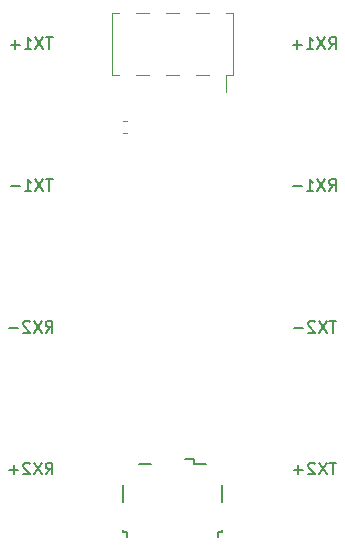
<source format=gbo>
G04 #@! TF.GenerationSoftware,KiCad,Pcbnew,6.0.0-unknown-70ca025~86~ubuntu16.04.1*
G04 #@! TF.CreationDate,2019-07-17T04:15:05+00:00*
G04 #@! TF.ProjectId,usb-type-c-breakout,7573622d-7479-4706-952d-632d62726561,rev?*
G04 #@! TF.SameCoordinates,Original*
G04 #@! TF.FileFunction,Legend,Bot*
G04 #@! TF.FilePolarity,Positive*
%FSLAX46Y46*%
G04 Gerber Fmt 4.6, Leading zero omitted, Abs format (unit mm)*
G04 Created by KiCad (PCBNEW 6.0.0-unknown-70ca025~86~ubuntu16.04.1) date 2019-07-17 04:15:05*
%MOMM*%
%LPD*%
G04 APERTURE LIST*
%ADD10C,0.150000*%
%ADD11C,0.120000*%
G04 APERTURE END LIST*
D10*
X113261904Y-82452380D02*
X113595238Y-81976190D01*
X113833333Y-82452380D02*
X113833333Y-81452380D01*
X113452380Y-81452380D01*
X113357142Y-81500000D01*
X113309523Y-81547619D01*
X113261904Y-81642857D01*
X113261904Y-81785714D01*
X113309523Y-81880952D01*
X113357142Y-81928571D01*
X113452380Y-81976190D01*
X113833333Y-81976190D01*
X112928571Y-81452380D02*
X112261904Y-82452380D01*
X112261904Y-81452380D02*
X112928571Y-82452380D01*
X111357142Y-82452380D02*
X111928571Y-82452380D01*
X111642857Y-82452380D02*
X111642857Y-81452380D01*
X111738095Y-81595238D01*
X111833333Y-81690476D01*
X111928571Y-81738095D01*
X110928571Y-82071428D02*
X110166666Y-82071428D01*
X110547619Y-82452380D02*
X110547619Y-81690476D01*
X113261904Y-94452380D02*
X113595238Y-93976190D01*
X113833333Y-94452380D02*
X113833333Y-93452380D01*
X113452380Y-93452380D01*
X113357142Y-93500000D01*
X113309523Y-93547619D01*
X113261904Y-93642857D01*
X113261904Y-93785714D01*
X113309523Y-93880952D01*
X113357142Y-93928571D01*
X113452380Y-93976190D01*
X113833333Y-93976190D01*
X112928571Y-93452380D02*
X112261904Y-94452380D01*
X112261904Y-93452380D02*
X112928571Y-94452380D01*
X111357142Y-94452380D02*
X111928571Y-94452380D01*
X111642857Y-94452380D02*
X111642857Y-93452380D01*
X111738095Y-93595238D01*
X111833333Y-93690476D01*
X111928571Y-93738095D01*
X110928571Y-94071428D02*
X110166666Y-94071428D01*
X113857142Y-105452380D02*
X113285714Y-105452380D01*
X113571428Y-106452380D02*
X113571428Y-105452380D01*
X113047619Y-105452380D02*
X112380952Y-106452380D01*
X112380952Y-105452380D02*
X113047619Y-106452380D01*
X112047619Y-105547619D02*
X112000000Y-105500000D01*
X111904761Y-105452380D01*
X111666666Y-105452380D01*
X111571428Y-105500000D01*
X111523809Y-105547619D01*
X111476190Y-105642857D01*
X111476190Y-105738095D01*
X111523809Y-105880952D01*
X112095238Y-106452380D01*
X111476190Y-106452380D01*
X111047619Y-106071428D02*
X110285714Y-106071428D01*
X113857142Y-117452380D02*
X113285714Y-117452380D01*
X113571428Y-118452380D02*
X113571428Y-117452380D01*
X113047619Y-117452380D02*
X112380952Y-118452380D01*
X112380952Y-117452380D02*
X113047619Y-118452380D01*
X112047619Y-117547619D02*
X112000000Y-117500000D01*
X111904761Y-117452380D01*
X111666666Y-117452380D01*
X111571428Y-117500000D01*
X111523809Y-117547619D01*
X111476190Y-117642857D01*
X111476190Y-117738095D01*
X111523809Y-117880952D01*
X112095238Y-118452380D01*
X111476190Y-118452380D01*
X111047619Y-118071428D02*
X110285714Y-118071428D01*
X110666666Y-118452380D02*
X110666666Y-117690476D01*
X89261904Y-118452380D02*
X89595238Y-117976190D01*
X89833333Y-118452380D02*
X89833333Y-117452380D01*
X89452380Y-117452380D01*
X89357142Y-117500000D01*
X89309523Y-117547619D01*
X89261904Y-117642857D01*
X89261904Y-117785714D01*
X89309523Y-117880952D01*
X89357142Y-117928571D01*
X89452380Y-117976190D01*
X89833333Y-117976190D01*
X88928571Y-117452380D02*
X88261904Y-118452380D01*
X88261904Y-117452380D02*
X88928571Y-118452380D01*
X87928571Y-117547619D02*
X87880952Y-117500000D01*
X87785714Y-117452380D01*
X87547619Y-117452380D01*
X87452380Y-117500000D01*
X87404761Y-117547619D01*
X87357142Y-117642857D01*
X87357142Y-117738095D01*
X87404761Y-117880952D01*
X87976190Y-118452380D01*
X87357142Y-118452380D01*
X86928571Y-118071428D02*
X86166666Y-118071428D01*
X86547619Y-118452380D02*
X86547619Y-117690476D01*
X89261904Y-106452380D02*
X89595238Y-105976190D01*
X89833333Y-106452380D02*
X89833333Y-105452380D01*
X89452380Y-105452380D01*
X89357142Y-105500000D01*
X89309523Y-105547619D01*
X89261904Y-105642857D01*
X89261904Y-105785714D01*
X89309523Y-105880952D01*
X89357142Y-105928571D01*
X89452380Y-105976190D01*
X89833333Y-105976190D01*
X88928571Y-105452380D02*
X88261904Y-106452380D01*
X88261904Y-105452380D02*
X88928571Y-106452380D01*
X87928571Y-105547619D02*
X87880952Y-105500000D01*
X87785714Y-105452380D01*
X87547619Y-105452380D01*
X87452380Y-105500000D01*
X87404761Y-105547619D01*
X87357142Y-105642857D01*
X87357142Y-105738095D01*
X87404761Y-105880952D01*
X87976190Y-106452380D01*
X87357142Y-106452380D01*
X86928571Y-106071428D02*
X86166666Y-106071428D01*
X89857142Y-93452380D02*
X89285714Y-93452380D01*
X89571428Y-94452380D02*
X89571428Y-93452380D01*
X89047619Y-93452380D02*
X88380952Y-94452380D01*
X88380952Y-93452380D02*
X89047619Y-94452380D01*
X87476190Y-94452380D02*
X88047619Y-94452380D01*
X87761904Y-94452380D02*
X87761904Y-93452380D01*
X87857142Y-93595238D01*
X87952380Y-93690476D01*
X88047619Y-93738095D01*
X87047619Y-94071428D02*
X86285714Y-94071428D01*
X89857142Y-81452380D02*
X89285714Y-81452380D01*
X89571428Y-82452380D02*
X89571428Y-81452380D01*
X89047619Y-81452380D02*
X88380952Y-82452380D01*
X88380952Y-81452380D02*
X89047619Y-82452380D01*
X87476190Y-82452380D02*
X88047619Y-82452380D01*
X87761904Y-82452380D02*
X87761904Y-81452380D01*
X87857142Y-81595238D01*
X87952380Y-81690476D01*
X88047619Y-81738095D01*
X87047619Y-82071428D02*
X86285714Y-82071428D01*
X86666666Y-82452380D02*
X86666666Y-81690476D01*
D11*
X96162779Y-89510000D02*
X95837221Y-89510000D01*
X96162779Y-88490000D02*
X95837221Y-88490000D01*
D10*
X98200000Y-117600000D02*
X97200000Y-117600000D01*
X101800000Y-117600000D02*
X102800000Y-117600000D01*
X101800000Y-117175000D02*
X101800000Y-117600000D01*
X101075000Y-117175000D02*
X101800000Y-117175000D01*
X95850000Y-120750000D02*
X95850000Y-119350000D01*
X95850000Y-123300000D02*
X95850000Y-123150000D01*
X96150000Y-123300000D02*
X95850000Y-123300000D01*
X96150000Y-123750000D02*
X96150000Y-123300000D01*
X103850000Y-123300000D02*
X103850000Y-123750000D01*
X104150000Y-123300000D02*
X103850000Y-123300000D01*
X104150000Y-123150000D02*
X104150000Y-123300000D01*
X104150000Y-119350000D02*
X104150000Y-120750000D01*
D11*
X97970000Y-79400000D02*
X96950000Y-79400000D01*
X97970000Y-84600000D02*
X96950000Y-84600000D01*
X100510000Y-79400000D02*
X99490000Y-79400000D01*
X100510000Y-84600000D02*
X99490000Y-84600000D01*
X103050000Y-79400000D02*
X102030000Y-79400000D01*
X103050000Y-84600000D02*
X102030000Y-84600000D01*
X95430000Y-79400000D02*
X94860000Y-79400000D01*
X95430000Y-84600000D02*
X94860000Y-84600000D01*
X105140000Y-79400000D02*
X104570000Y-79400000D01*
X105140000Y-84600000D02*
X104570000Y-84600000D01*
X104570000Y-86040000D02*
X104570000Y-84600000D01*
X94860000Y-84600000D02*
X94860000Y-79400000D01*
X105140000Y-84600000D02*
X105140000Y-79400000D01*
M02*

</source>
